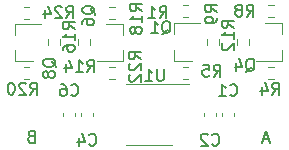
<source format=gbr>
%TF.GenerationSoftware,KiCad,Pcbnew,(5.1.10)-1*%
%TF.CreationDate,2022-01-23T11:24:48+07:00*%
%TF.ProjectId,ADuM_I2C_v3,4144754d-5f49-4324-935f-76332e6b6963,rev?*%
%TF.SameCoordinates,Original*%
%TF.FileFunction,Legend,Bot*%
%TF.FilePolarity,Positive*%
%FSLAX46Y46*%
G04 Gerber Fmt 4.6, Leading zero omitted, Abs format (unit mm)*
G04 Created by KiCad (PCBNEW (5.1.10)-1) date 2022-01-23 11:24:48*
%MOMM*%
%LPD*%
G01*
G04 APERTURE LIST*
%ADD10C,0.150000*%
%ADD11C,0.120000*%
%ADD12C,1.524000*%
%ADD13O,1.000000X1.000000*%
%ADD14R,1.000000X1.000000*%
%ADD15R,0.900000X0.800000*%
G04 APERTURE END LIST*
D10*
X110144095Y-99150666D02*
X109667904Y-99150666D01*
X110239333Y-99436380D02*
X109906000Y-98436380D01*
X109572666Y-99436380D01*
X90022571Y-98912571D02*
X89879714Y-98960190D01*
X89832095Y-99007809D01*
X89784476Y-99103047D01*
X89784476Y-99245904D01*
X89832095Y-99341142D01*
X89879714Y-99388761D01*
X89974952Y-99436380D01*
X90355904Y-99436380D01*
X90355904Y-98436380D01*
X90022571Y-98436380D01*
X89927333Y-98484000D01*
X89879714Y-98531619D01*
X89832095Y-98626857D01*
X89832095Y-98722095D01*
X89879714Y-98817333D01*
X89927333Y-98864952D01*
X90022571Y-98912571D01*
X90355904Y-98912571D01*
D11*
%TO.C,U1*%
X100000000Y-94519000D02*
X103450000Y-94519000D01*
X100000000Y-94519000D02*
X98050000Y-94519000D01*
X100000000Y-99639000D02*
X101950000Y-99639000D01*
X100000000Y-99639000D02*
X98050000Y-99639000D01*
%TO.C,R24*%
X89412742Y-87920500D02*
X89887258Y-87920500D01*
X89412742Y-88965500D02*
X89887258Y-88965500D01*
%TO.C,R22*%
X97125258Y-94045500D02*
X96650742Y-94045500D01*
X97125258Y-93000500D02*
X96650742Y-93000500D01*
%TO.C,R20*%
X89412742Y-93000500D02*
X89887258Y-93000500D01*
X89412742Y-94045500D02*
X89887258Y-94045500D01*
%TO.C,R18*%
X97125258Y-88965500D02*
X96650742Y-88965500D01*
X97125258Y-87920500D02*
X96650742Y-87920500D01*
%TO.C,R16*%
X92521500Y-90681742D02*
X92521500Y-91156258D01*
X91476500Y-90681742D02*
X91476500Y-91156258D01*
%TO.C,R14*%
X94016500Y-91156258D02*
X94016500Y-90681742D01*
X95061500Y-91156258D02*
X95061500Y-90681742D01*
%TO.C,R12*%
X107478500Y-91157258D02*
X107478500Y-90682742D01*
X108523500Y-91157258D02*
X108523500Y-90682742D01*
%TO.C,R9*%
X105983500Y-90681742D02*
X105983500Y-91156258D01*
X104938500Y-90681742D02*
X104938500Y-91156258D01*
%TO.C,R8*%
X110113742Y-87793500D02*
X110588258Y-87793500D01*
X110113742Y-88838500D02*
X110588258Y-88838500D01*
%TO.C,R5*%
X103349258Y-94045500D02*
X102874742Y-94045500D01*
X103349258Y-93000500D02*
X102874742Y-93000500D01*
%TO.C,R4*%
X110587258Y-94045500D02*
X110112742Y-94045500D01*
X110587258Y-93000500D02*
X110112742Y-93000500D01*
%TO.C,R1*%
X102874742Y-87793500D02*
X103349258Y-87793500D01*
X102874742Y-88838500D02*
X103349258Y-88838500D01*
%TO.C,Q8*%
X88715000Y-92563000D02*
X90175000Y-92563000D01*
X88715000Y-89403000D02*
X90875000Y-89403000D01*
X88715000Y-89403000D02*
X88715000Y-90333000D01*
X88715000Y-92563000D02*
X88715000Y-91633000D01*
%TO.C,Q6*%
X97823000Y-89403000D02*
X96363000Y-89403000D01*
X97823000Y-92563000D02*
X95663000Y-92563000D01*
X97823000Y-92563000D02*
X97823000Y-91633000D01*
X97823000Y-89403000D02*
X97823000Y-90333000D01*
%TO.C,Q4*%
X111285000Y-89342000D02*
X109825000Y-89342000D01*
X111285000Y-92502000D02*
X109125000Y-92502000D01*
X111285000Y-92502000D02*
X111285000Y-91572000D01*
X111285000Y-89342000D02*
X111285000Y-90272000D01*
%TO.C,Q1*%
X102177000Y-92502000D02*
X103637000Y-92502000D01*
X102177000Y-89342000D02*
X104337000Y-89342000D01*
X102177000Y-89342000D02*
X102177000Y-90272000D01*
X102177000Y-92502000D02*
X102177000Y-91572000D01*
%TO.C,C6*%
X92759000Y-97219580D02*
X92759000Y-96938420D01*
X93779000Y-97219580D02*
X93779000Y-96938420D01*
%TO.C,C4*%
X94283000Y-97206580D02*
X94283000Y-96925420D01*
X95303000Y-97206580D02*
X95303000Y-96925420D01*
%TO.C,C2*%
X104697000Y-97206580D02*
X104697000Y-96925420D01*
X105717000Y-97206580D02*
X105717000Y-96925420D01*
%TO.C,C1*%
X106221000Y-97206580D02*
X106221000Y-96925420D01*
X107241000Y-97206580D02*
X107241000Y-96925420D01*
%TO.C,U1*%
D10*
X101269904Y-93229380D02*
X101269904Y-94038904D01*
X101222285Y-94134142D01*
X101174666Y-94181761D01*
X101079428Y-94229380D01*
X100888952Y-94229380D01*
X100793714Y-94181761D01*
X100746095Y-94134142D01*
X100698476Y-94038904D01*
X100698476Y-93229380D01*
X99698476Y-94229380D02*
X100269904Y-94229380D01*
X99984190Y-94229380D02*
X99984190Y-93229380D01*
X100079428Y-93372238D01*
X100174666Y-93467476D01*
X100269904Y-93515095D01*
%TO.C,R24*%
X93022857Y-88895380D02*
X93356190Y-88419190D01*
X93594285Y-88895380D02*
X93594285Y-87895380D01*
X93213333Y-87895380D01*
X93118095Y-87943000D01*
X93070476Y-87990619D01*
X93022857Y-88085857D01*
X93022857Y-88228714D01*
X93070476Y-88323952D01*
X93118095Y-88371571D01*
X93213333Y-88419190D01*
X93594285Y-88419190D01*
X92641904Y-87990619D02*
X92594285Y-87943000D01*
X92499047Y-87895380D01*
X92260952Y-87895380D01*
X92165714Y-87943000D01*
X92118095Y-87990619D01*
X92070476Y-88085857D01*
X92070476Y-88181095D01*
X92118095Y-88323952D01*
X92689523Y-88895380D01*
X92070476Y-88895380D01*
X91213333Y-88228714D02*
X91213333Y-88895380D01*
X91451428Y-87847761D02*
X91689523Y-88562047D01*
X91070476Y-88562047D01*
%TO.C,R22*%
X99309380Y-92372142D02*
X98833190Y-92038809D01*
X99309380Y-91800714D02*
X98309380Y-91800714D01*
X98309380Y-92181666D01*
X98357000Y-92276904D01*
X98404619Y-92324523D01*
X98499857Y-92372142D01*
X98642714Y-92372142D01*
X98737952Y-92324523D01*
X98785571Y-92276904D01*
X98833190Y-92181666D01*
X98833190Y-91800714D01*
X98404619Y-92753095D02*
X98357000Y-92800714D01*
X98309380Y-92895952D01*
X98309380Y-93134047D01*
X98357000Y-93229285D01*
X98404619Y-93276904D01*
X98499857Y-93324523D01*
X98595095Y-93324523D01*
X98737952Y-93276904D01*
X99309380Y-92705476D01*
X99309380Y-93324523D01*
X98404619Y-93705476D02*
X98357000Y-93753095D01*
X98309380Y-93848333D01*
X98309380Y-94086428D01*
X98357000Y-94181666D01*
X98404619Y-94229285D01*
X98499857Y-94276904D01*
X98595095Y-94276904D01*
X98737952Y-94229285D01*
X99309380Y-93657857D01*
X99309380Y-94276904D01*
%TO.C,R20*%
X89974857Y-95372380D02*
X90308190Y-94896190D01*
X90546285Y-95372380D02*
X90546285Y-94372380D01*
X90165333Y-94372380D01*
X90070095Y-94420000D01*
X90022476Y-94467619D01*
X89974857Y-94562857D01*
X89974857Y-94705714D01*
X90022476Y-94800952D01*
X90070095Y-94848571D01*
X90165333Y-94896190D01*
X90546285Y-94896190D01*
X89593904Y-94467619D02*
X89546285Y-94420000D01*
X89451047Y-94372380D01*
X89212952Y-94372380D01*
X89117714Y-94420000D01*
X89070095Y-94467619D01*
X89022476Y-94562857D01*
X89022476Y-94658095D01*
X89070095Y-94800952D01*
X89641523Y-95372380D01*
X89022476Y-95372380D01*
X88403428Y-94372380D02*
X88308190Y-94372380D01*
X88212952Y-94420000D01*
X88165333Y-94467619D01*
X88117714Y-94562857D01*
X88070095Y-94753333D01*
X88070095Y-94991428D01*
X88117714Y-95181904D01*
X88165333Y-95277142D01*
X88212952Y-95324761D01*
X88308190Y-95372380D01*
X88403428Y-95372380D01*
X88498666Y-95324761D01*
X88546285Y-95277142D01*
X88593904Y-95181904D01*
X88641523Y-94991428D01*
X88641523Y-94753333D01*
X88593904Y-94562857D01*
X88546285Y-94467619D01*
X88498666Y-94420000D01*
X88403428Y-94372380D01*
%TO.C,R18*%
X99436380Y-88308142D02*
X98960190Y-87974809D01*
X99436380Y-87736714D02*
X98436380Y-87736714D01*
X98436380Y-88117666D01*
X98484000Y-88212904D01*
X98531619Y-88260523D01*
X98626857Y-88308142D01*
X98769714Y-88308142D01*
X98864952Y-88260523D01*
X98912571Y-88212904D01*
X98960190Y-88117666D01*
X98960190Y-87736714D01*
X99436380Y-89260523D02*
X99436380Y-88689095D01*
X99436380Y-88974809D02*
X98436380Y-88974809D01*
X98579238Y-88879571D01*
X98674476Y-88784333D01*
X98722095Y-88689095D01*
X98864952Y-89831952D02*
X98817333Y-89736714D01*
X98769714Y-89689095D01*
X98674476Y-89641476D01*
X98626857Y-89641476D01*
X98531619Y-89689095D01*
X98484000Y-89736714D01*
X98436380Y-89831952D01*
X98436380Y-90022428D01*
X98484000Y-90117666D01*
X98531619Y-90165285D01*
X98626857Y-90212904D01*
X98674476Y-90212904D01*
X98769714Y-90165285D01*
X98817333Y-90117666D01*
X98864952Y-90022428D01*
X98864952Y-89831952D01*
X98912571Y-89736714D01*
X98960190Y-89689095D01*
X99055428Y-89641476D01*
X99245904Y-89641476D01*
X99341142Y-89689095D01*
X99388761Y-89736714D01*
X99436380Y-89831952D01*
X99436380Y-90022428D01*
X99388761Y-90117666D01*
X99341142Y-90165285D01*
X99245904Y-90212904D01*
X99055428Y-90212904D01*
X98960190Y-90165285D01*
X98912571Y-90117666D01*
X98864952Y-90022428D01*
%TO.C,R16*%
X93721380Y-89832142D02*
X93245190Y-89498809D01*
X93721380Y-89260714D02*
X92721380Y-89260714D01*
X92721380Y-89641666D01*
X92769000Y-89736904D01*
X92816619Y-89784523D01*
X92911857Y-89832142D01*
X93054714Y-89832142D01*
X93149952Y-89784523D01*
X93197571Y-89736904D01*
X93245190Y-89641666D01*
X93245190Y-89260714D01*
X93721380Y-90784523D02*
X93721380Y-90213095D01*
X93721380Y-90498809D02*
X92721380Y-90498809D01*
X92864238Y-90403571D01*
X92959476Y-90308333D01*
X93007095Y-90213095D01*
X92721380Y-91641666D02*
X92721380Y-91451190D01*
X92769000Y-91355952D01*
X92816619Y-91308333D01*
X92959476Y-91213095D01*
X93149952Y-91165476D01*
X93530904Y-91165476D01*
X93626142Y-91213095D01*
X93673761Y-91260714D01*
X93721380Y-91355952D01*
X93721380Y-91546428D01*
X93673761Y-91641666D01*
X93626142Y-91689285D01*
X93530904Y-91736904D01*
X93292809Y-91736904D01*
X93197571Y-91689285D01*
X93149952Y-91641666D01*
X93102333Y-91546428D01*
X93102333Y-91355952D01*
X93149952Y-91260714D01*
X93197571Y-91213095D01*
X93292809Y-91165476D01*
%TO.C,R14*%
X94800857Y-93466380D02*
X95134190Y-92990190D01*
X95372285Y-93466380D02*
X95372285Y-92466380D01*
X94991333Y-92466380D01*
X94896095Y-92514000D01*
X94848476Y-92561619D01*
X94800857Y-92656857D01*
X94800857Y-92799714D01*
X94848476Y-92894952D01*
X94896095Y-92942571D01*
X94991333Y-92990190D01*
X95372285Y-92990190D01*
X93848476Y-93466380D02*
X94419904Y-93466380D01*
X94134190Y-93466380D02*
X94134190Y-92466380D01*
X94229428Y-92609238D01*
X94324666Y-92704476D01*
X94419904Y-92752095D01*
X92991333Y-92799714D02*
X92991333Y-93466380D01*
X93229428Y-92418761D02*
X93467523Y-93133047D01*
X92848476Y-93133047D01*
%TO.C,R12*%
X107183380Y-89705142D02*
X106707190Y-89371809D01*
X107183380Y-89133714D02*
X106183380Y-89133714D01*
X106183380Y-89514666D01*
X106231000Y-89609904D01*
X106278619Y-89657523D01*
X106373857Y-89705142D01*
X106516714Y-89705142D01*
X106611952Y-89657523D01*
X106659571Y-89609904D01*
X106707190Y-89514666D01*
X106707190Y-89133714D01*
X107183380Y-90657523D02*
X107183380Y-90086095D01*
X107183380Y-90371809D02*
X106183380Y-90371809D01*
X106326238Y-90276571D01*
X106421476Y-90181333D01*
X106469095Y-90086095D01*
X106278619Y-91038476D02*
X106231000Y-91086095D01*
X106183380Y-91181333D01*
X106183380Y-91419428D01*
X106231000Y-91514666D01*
X106278619Y-91562285D01*
X106373857Y-91609904D01*
X106469095Y-91609904D01*
X106611952Y-91562285D01*
X107183380Y-90990857D01*
X107183380Y-91609904D01*
%TO.C,R9*%
X105786380Y-88403333D02*
X105310190Y-88070000D01*
X105786380Y-87831904D02*
X104786380Y-87831904D01*
X104786380Y-88212857D01*
X104834000Y-88308095D01*
X104881619Y-88355714D01*
X104976857Y-88403333D01*
X105119714Y-88403333D01*
X105214952Y-88355714D01*
X105262571Y-88308095D01*
X105310190Y-88212857D01*
X105310190Y-87831904D01*
X105786380Y-88879523D02*
X105786380Y-89070000D01*
X105738761Y-89165238D01*
X105691142Y-89212857D01*
X105548285Y-89308095D01*
X105357809Y-89355714D01*
X104976857Y-89355714D01*
X104881619Y-89308095D01*
X104834000Y-89260476D01*
X104786380Y-89165238D01*
X104786380Y-88974761D01*
X104834000Y-88879523D01*
X104881619Y-88831904D01*
X104976857Y-88784285D01*
X105214952Y-88784285D01*
X105310190Y-88831904D01*
X105357809Y-88879523D01*
X105405428Y-88974761D01*
X105405428Y-89165238D01*
X105357809Y-89260476D01*
X105310190Y-89308095D01*
X105214952Y-89355714D01*
%TO.C,R8*%
X108294666Y-88768380D02*
X108628000Y-88292190D01*
X108866095Y-88768380D02*
X108866095Y-87768380D01*
X108485142Y-87768380D01*
X108389904Y-87816000D01*
X108342285Y-87863619D01*
X108294666Y-87958857D01*
X108294666Y-88101714D01*
X108342285Y-88196952D01*
X108389904Y-88244571D01*
X108485142Y-88292190D01*
X108866095Y-88292190D01*
X107723238Y-88196952D02*
X107818476Y-88149333D01*
X107866095Y-88101714D01*
X107913714Y-88006476D01*
X107913714Y-87958857D01*
X107866095Y-87863619D01*
X107818476Y-87816000D01*
X107723238Y-87768380D01*
X107532761Y-87768380D01*
X107437523Y-87816000D01*
X107389904Y-87863619D01*
X107342285Y-87958857D01*
X107342285Y-88006476D01*
X107389904Y-88101714D01*
X107437523Y-88149333D01*
X107532761Y-88196952D01*
X107723238Y-88196952D01*
X107818476Y-88244571D01*
X107866095Y-88292190D01*
X107913714Y-88387428D01*
X107913714Y-88577904D01*
X107866095Y-88673142D01*
X107818476Y-88720761D01*
X107723238Y-88768380D01*
X107532761Y-88768380D01*
X107437523Y-88720761D01*
X107389904Y-88673142D01*
X107342285Y-88577904D01*
X107342285Y-88387428D01*
X107389904Y-88292190D01*
X107437523Y-88244571D01*
X107532761Y-88196952D01*
%TO.C,R5*%
X105500666Y-93848380D02*
X105834000Y-93372190D01*
X106072095Y-93848380D02*
X106072095Y-92848380D01*
X105691142Y-92848380D01*
X105595904Y-92896000D01*
X105548285Y-92943619D01*
X105500666Y-93038857D01*
X105500666Y-93181714D01*
X105548285Y-93276952D01*
X105595904Y-93324571D01*
X105691142Y-93372190D01*
X106072095Y-93372190D01*
X104595904Y-92848380D02*
X105072095Y-92848380D01*
X105119714Y-93324571D01*
X105072095Y-93276952D01*
X104976857Y-93229333D01*
X104738761Y-93229333D01*
X104643523Y-93276952D01*
X104595904Y-93324571D01*
X104548285Y-93419809D01*
X104548285Y-93657904D01*
X104595904Y-93753142D01*
X104643523Y-93800761D01*
X104738761Y-93848380D01*
X104976857Y-93848380D01*
X105072095Y-93800761D01*
X105119714Y-93753142D01*
%TO.C,R4*%
X110453666Y-95372380D02*
X110787000Y-94896190D01*
X111025095Y-95372380D02*
X111025095Y-94372380D01*
X110644142Y-94372380D01*
X110548904Y-94420000D01*
X110501285Y-94467619D01*
X110453666Y-94562857D01*
X110453666Y-94705714D01*
X110501285Y-94800952D01*
X110548904Y-94848571D01*
X110644142Y-94896190D01*
X111025095Y-94896190D01*
X109596523Y-94705714D02*
X109596523Y-95372380D01*
X109834619Y-94324761D02*
X110072714Y-95039047D01*
X109453666Y-95039047D01*
%TO.C,R1*%
X100928666Y-88895380D02*
X101262000Y-88419190D01*
X101500095Y-88895380D02*
X101500095Y-87895380D01*
X101119142Y-87895380D01*
X101023904Y-87943000D01*
X100976285Y-87990619D01*
X100928666Y-88085857D01*
X100928666Y-88228714D01*
X100976285Y-88323952D01*
X101023904Y-88371571D01*
X101119142Y-88419190D01*
X101500095Y-88419190D01*
X99976285Y-88895380D02*
X100547714Y-88895380D01*
X100262000Y-88895380D02*
X100262000Y-87895380D01*
X100357238Y-88038238D01*
X100452476Y-88133476D01*
X100547714Y-88181095D01*
%TO.C,Q8*%
X92165619Y-93046761D02*
X92118000Y-92951523D01*
X92022761Y-92856285D01*
X91879904Y-92713428D01*
X91832285Y-92618190D01*
X91832285Y-92522952D01*
X92070380Y-92570571D02*
X92022761Y-92475333D01*
X91927523Y-92380095D01*
X91737047Y-92332476D01*
X91403714Y-92332476D01*
X91213238Y-92380095D01*
X91118000Y-92475333D01*
X91070380Y-92570571D01*
X91070380Y-92761047D01*
X91118000Y-92856285D01*
X91213238Y-92951523D01*
X91403714Y-92999142D01*
X91737047Y-92999142D01*
X91927523Y-92951523D01*
X92022761Y-92856285D01*
X92070380Y-92761047D01*
X92070380Y-92570571D01*
X91498952Y-93570571D02*
X91451333Y-93475333D01*
X91403714Y-93427714D01*
X91308476Y-93380095D01*
X91260857Y-93380095D01*
X91165619Y-93427714D01*
X91118000Y-93475333D01*
X91070380Y-93570571D01*
X91070380Y-93761047D01*
X91118000Y-93856285D01*
X91165619Y-93903904D01*
X91260857Y-93951523D01*
X91308476Y-93951523D01*
X91403714Y-93903904D01*
X91451333Y-93856285D01*
X91498952Y-93761047D01*
X91498952Y-93570571D01*
X91546571Y-93475333D01*
X91594190Y-93427714D01*
X91689428Y-93380095D01*
X91879904Y-93380095D01*
X91975142Y-93427714D01*
X92022761Y-93475333D01*
X92070380Y-93570571D01*
X92070380Y-93761047D01*
X92022761Y-93856285D01*
X91975142Y-93903904D01*
X91879904Y-93951523D01*
X91689428Y-93951523D01*
X91594190Y-93903904D01*
X91546571Y-93856285D01*
X91498952Y-93761047D01*
%TO.C,Q6*%
X95467619Y-88601761D02*
X95420000Y-88506523D01*
X95324761Y-88411285D01*
X95181904Y-88268428D01*
X95134285Y-88173190D01*
X95134285Y-88077952D01*
X95372380Y-88125571D02*
X95324761Y-88030333D01*
X95229523Y-87935095D01*
X95039047Y-87887476D01*
X94705714Y-87887476D01*
X94515238Y-87935095D01*
X94420000Y-88030333D01*
X94372380Y-88125571D01*
X94372380Y-88316047D01*
X94420000Y-88411285D01*
X94515238Y-88506523D01*
X94705714Y-88554142D01*
X95039047Y-88554142D01*
X95229523Y-88506523D01*
X95324761Y-88411285D01*
X95372380Y-88316047D01*
X95372380Y-88125571D01*
X94372380Y-89411285D02*
X94372380Y-89220809D01*
X94420000Y-89125571D01*
X94467619Y-89077952D01*
X94610476Y-88982714D01*
X94800952Y-88935095D01*
X95181904Y-88935095D01*
X95277142Y-88982714D01*
X95324761Y-89030333D01*
X95372380Y-89125571D01*
X95372380Y-89316047D01*
X95324761Y-89411285D01*
X95277142Y-89458904D01*
X95181904Y-89506523D01*
X94943809Y-89506523D01*
X94848571Y-89458904D01*
X94800952Y-89411285D01*
X94753333Y-89316047D01*
X94753333Y-89125571D01*
X94800952Y-89030333D01*
X94848571Y-88982714D01*
X94943809Y-88935095D01*
%TO.C,Q4*%
X108223238Y-93435619D02*
X108318476Y-93388000D01*
X108413714Y-93292761D01*
X108556571Y-93149904D01*
X108651809Y-93102285D01*
X108747047Y-93102285D01*
X108699428Y-93340380D02*
X108794666Y-93292761D01*
X108889904Y-93197523D01*
X108937523Y-93007047D01*
X108937523Y-92673714D01*
X108889904Y-92483238D01*
X108794666Y-92388000D01*
X108699428Y-92340380D01*
X108508952Y-92340380D01*
X108413714Y-92388000D01*
X108318476Y-92483238D01*
X108270857Y-92673714D01*
X108270857Y-93007047D01*
X108318476Y-93197523D01*
X108413714Y-93292761D01*
X108508952Y-93340380D01*
X108699428Y-93340380D01*
X107413714Y-92673714D02*
X107413714Y-93340380D01*
X107651809Y-92292761D02*
X107889904Y-93007047D01*
X107270857Y-93007047D01*
%TO.C,Q1*%
X101111238Y-90260619D02*
X101206476Y-90213000D01*
X101301714Y-90117761D01*
X101444571Y-89974904D01*
X101539809Y-89927285D01*
X101635047Y-89927285D01*
X101587428Y-90165380D02*
X101682666Y-90117761D01*
X101777904Y-90022523D01*
X101825523Y-89832047D01*
X101825523Y-89498714D01*
X101777904Y-89308238D01*
X101682666Y-89213000D01*
X101587428Y-89165380D01*
X101396952Y-89165380D01*
X101301714Y-89213000D01*
X101206476Y-89308238D01*
X101158857Y-89498714D01*
X101158857Y-89832047D01*
X101206476Y-90022523D01*
X101301714Y-90117761D01*
X101396952Y-90165380D01*
X101587428Y-90165380D01*
X100206476Y-90165380D02*
X100777904Y-90165380D01*
X100492190Y-90165380D02*
X100492190Y-89165380D01*
X100587428Y-89308238D01*
X100682666Y-89403476D01*
X100777904Y-89451095D01*
%TO.C,C6*%
X93435666Y-95404142D02*
X93483285Y-95451761D01*
X93626142Y-95499380D01*
X93721380Y-95499380D01*
X93864238Y-95451761D01*
X93959476Y-95356523D01*
X94007095Y-95261285D01*
X94054714Y-95070809D01*
X94054714Y-94927952D01*
X94007095Y-94737476D01*
X93959476Y-94642238D01*
X93864238Y-94547000D01*
X93721380Y-94499380D01*
X93626142Y-94499380D01*
X93483285Y-94547000D01*
X93435666Y-94594619D01*
X92578523Y-94499380D02*
X92769000Y-94499380D01*
X92864238Y-94547000D01*
X92911857Y-94594619D01*
X93007095Y-94737476D01*
X93054714Y-94927952D01*
X93054714Y-95308904D01*
X93007095Y-95404142D01*
X92959476Y-95451761D01*
X92864238Y-95499380D01*
X92673761Y-95499380D01*
X92578523Y-95451761D01*
X92530904Y-95404142D01*
X92483285Y-95308904D01*
X92483285Y-95070809D01*
X92530904Y-94975571D01*
X92578523Y-94927952D01*
X92673761Y-94880333D01*
X92864238Y-94880333D01*
X92959476Y-94927952D01*
X93007095Y-94975571D01*
X93054714Y-95070809D01*
%TO.C,C4*%
X94959666Y-99595142D02*
X95007285Y-99642761D01*
X95150142Y-99690380D01*
X95245380Y-99690380D01*
X95388238Y-99642761D01*
X95483476Y-99547523D01*
X95531095Y-99452285D01*
X95578714Y-99261809D01*
X95578714Y-99118952D01*
X95531095Y-98928476D01*
X95483476Y-98833238D01*
X95388238Y-98738000D01*
X95245380Y-98690380D01*
X95150142Y-98690380D01*
X95007285Y-98738000D01*
X94959666Y-98785619D01*
X94102523Y-99023714D02*
X94102523Y-99690380D01*
X94340619Y-98642761D02*
X94578714Y-99357047D01*
X93959666Y-99357047D01*
%TO.C,C2*%
X105373666Y-99595142D02*
X105421285Y-99642761D01*
X105564142Y-99690380D01*
X105659380Y-99690380D01*
X105802238Y-99642761D01*
X105897476Y-99547523D01*
X105945095Y-99452285D01*
X105992714Y-99261809D01*
X105992714Y-99118952D01*
X105945095Y-98928476D01*
X105897476Y-98833238D01*
X105802238Y-98738000D01*
X105659380Y-98690380D01*
X105564142Y-98690380D01*
X105421285Y-98738000D01*
X105373666Y-98785619D01*
X104992714Y-98785619D02*
X104945095Y-98738000D01*
X104849857Y-98690380D01*
X104611761Y-98690380D01*
X104516523Y-98738000D01*
X104468904Y-98785619D01*
X104421285Y-98880857D01*
X104421285Y-98976095D01*
X104468904Y-99118952D01*
X105040333Y-99690380D01*
X104421285Y-99690380D01*
%TO.C,C1*%
X106897666Y-95404142D02*
X106945285Y-95451761D01*
X107088142Y-95499380D01*
X107183380Y-95499380D01*
X107326238Y-95451761D01*
X107421476Y-95356523D01*
X107469095Y-95261285D01*
X107516714Y-95070809D01*
X107516714Y-94927952D01*
X107469095Y-94737476D01*
X107421476Y-94642238D01*
X107326238Y-94547000D01*
X107183380Y-94499380D01*
X107088142Y-94499380D01*
X106945285Y-94547000D01*
X106897666Y-94594619D01*
X105945285Y-95499380D02*
X106516714Y-95499380D01*
X106231000Y-95499380D02*
X106231000Y-94499380D01*
X106326238Y-94642238D01*
X106421476Y-94737476D01*
X106516714Y-94785095D01*
%TD*%
%LPC*%
%TO.C,U1*%
G36*
G01*
X98500000Y-95024000D02*
X98500000Y-95324000D01*
G75*
G02*
X98350000Y-95474000I-150000J0D01*
G01*
X96700000Y-95474000D01*
G75*
G02*
X96550000Y-95324000I0J150000D01*
G01*
X96550000Y-95024000D01*
G75*
G02*
X96700000Y-94874000I150000J0D01*
G01*
X98350000Y-94874000D01*
G75*
G02*
X98500000Y-95024000I0J-150000D01*
G01*
G37*
G36*
G01*
X98500000Y-96294000D02*
X98500000Y-96594000D01*
G75*
G02*
X98350000Y-96744000I-150000J0D01*
G01*
X96700000Y-96744000D01*
G75*
G02*
X96550000Y-96594000I0J150000D01*
G01*
X96550000Y-96294000D01*
G75*
G02*
X96700000Y-96144000I150000J0D01*
G01*
X98350000Y-96144000D01*
G75*
G02*
X98500000Y-96294000I0J-150000D01*
G01*
G37*
G36*
G01*
X98500000Y-97564000D02*
X98500000Y-97864000D01*
G75*
G02*
X98350000Y-98014000I-150000J0D01*
G01*
X96700000Y-98014000D01*
G75*
G02*
X96550000Y-97864000I0J150000D01*
G01*
X96550000Y-97564000D01*
G75*
G02*
X96700000Y-97414000I150000J0D01*
G01*
X98350000Y-97414000D01*
G75*
G02*
X98500000Y-97564000I0J-150000D01*
G01*
G37*
G36*
G01*
X98500000Y-98834000D02*
X98500000Y-99134000D01*
G75*
G02*
X98350000Y-99284000I-150000J0D01*
G01*
X96700000Y-99284000D01*
G75*
G02*
X96550000Y-99134000I0J150000D01*
G01*
X96550000Y-98834000D01*
G75*
G02*
X96700000Y-98684000I150000J0D01*
G01*
X98350000Y-98684000D01*
G75*
G02*
X98500000Y-98834000I0J-150000D01*
G01*
G37*
G36*
G01*
X103450000Y-98834000D02*
X103450000Y-99134000D01*
G75*
G02*
X103300000Y-99284000I-150000J0D01*
G01*
X101650000Y-99284000D01*
G75*
G02*
X101500000Y-99134000I0J150000D01*
G01*
X101500000Y-98834000D01*
G75*
G02*
X101650000Y-98684000I150000J0D01*
G01*
X103300000Y-98684000D01*
G75*
G02*
X103450000Y-98834000I0J-150000D01*
G01*
G37*
G36*
G01*
X103450000Y-97564000D02*
X103450000Y-97864000D01*
G75*
G02*
X103300000Y-98014000I-150000J0D01*
G01*
X101650000Y-98014000D01*
G75*
G02*
X101500000Y-97864000I0J150000D01*
G01*
X101500000Y-97564000D01*
G75*
G02*
X101650000Y-97414000I150000J0D01*
G01*
X103300000Y-97414000D01*
G75*
G02*
X103450000Y-97564000I0J-150000D01*
G01*
G37*
G36*
G01*
X103450000Y-96294000D02*
X103450000Y-96594000D01*
G75*
G02*
X103300000Y-96744000I-150000J0D01*
G01*
X101650000Y-96744000D01*
G75*
G02*
X101500000Y-96594000I0J150000D01*
G01*
X101500000Y-96294000D01*
G75*
G02*
X101650000Y-96144000I150000J0D01*
G01*
X103300000Y-96144000D01*
G75*
G02*
X103450000Y-96294000I0J-150000D01*
G01*
G37*
G36*
G01*
X103450000Y-95024000D02*
X103450000Y-95324000D01*
G75*
G02*
X103300000Y-95474000I-150000J0D01*
G01*
X101650000Y-95474000D01*
G75*
G02*
X101500000Y-95324000I0J150000D01*
G01*
X101500000Y-95024000D01*
G75*
G02*
X101650000Y-94874000I150000J0D01*
G01*
X103300000Y-94874000D01*
G75*
G02*
X103450000Y-95024000I0J-150000D01*
G01*
G37*
%TD*%
D12*
%TO.C,H2*%
X100000000Y-98222000D03*
%TD*%
%TO.C,H1*%
X100000000Y-95936000D03*
%TD*%
D13*
%TO.C,J1*%
X108636000Y-97714000D03*
X108636000Y-96444000D03*
X109906000Y-97714000D03*
X109906000Y-96444000D03*
X111176000Y-97714000D03*
D14*
X111176000Y-96444000D03*
%TD*%
D13*
%TO.C,J2*%
X88824000Y-97714000D03*
X88824000Y-96444000D03*
X90094000Y-97714000D03*
X90094000Y-96444000D03*
X91364000Y-97714000D03*
D14*
X91364000Y-96444000D03*
%TD*%
%TO.C,R24*%
G36*
G01*
X90075000Y-88718000D02*
X90075000Y-88168000D01*
G75*
G02*
X90275000Y-87968000I200000J0D01*
G01*
X90675000Y-87968000D01*
G75*
G02*
X90875000Y-88168000I0J-200000D01*
G01*
X90875000Y-88718000D01*
G75*
G02*
X90675000Y-88918000I-200000J0D01*
G01*
X90275000Y-88918000D01*
G75*
G02*
X90075000Y-88718000I0J200000D01*
G01*
G37*
G36*
G01*
X88425000Y-88718000D02*
X88425000Y-88168000D01*
G75*
G02*
X88625000Y-87968000I200000J0D01*
G01*
X89025000Y-87968000D01*
G75*
G02*
X89225000Y-88168000I0J-200000D01*
G01*
X89225000Y-88718000D01*
G75*
G02*
X89025000Y-88918000I-200000J0D01*
G01*
X88625000Y-88918000D01*
G75*
G02*
X88425000Y-88718000I0J200000D01*
G01*
G37*
%TD*%
%TO.C,R22*%
G36*
G01*
X96463000Y-93248000D02*
X96463000Y-93798000D01*
G75*
G02*
X96263000Y-93998000I-200000J0D01*
G01*
X95863000Y-93998000D01*
G75*
G02*
X95663000Y-93798000I0J200000D01*
G01*
X95663000Y-93248000D01*
G75*
G02*
X95863000Y-93048000I200000J0D01*
G01*
X96263000Y-93048000D01*
G75*
G02*
X96463000Y-93248000I0J-200000D01*
G01*
G37*
G36*
G01*
X98113000Y-93248000D02*
X98113000Y-93798000D01*
G75*
G02*
X97913000Y-93998000I-200000J0D01*
G01*
X97513000Y-93998000D01*
G75*
G02*
X97313000Y-93798000I0J200000D01*
G01*
X97313000Y-93248000D01*
G75*
G02*
X97513000Y-93048000I200000J0D01*
G01*
X97913000Y-93048000D01*
G75*
G02*
X98113000Y-93248000I0J-200000D01*
G01*
G37*
%TD*%
%TO.C,R20*%
G36*
G01*
X90075000Y-93798000D02*
X90075000Y-93248000D01*
G75*
G02*
X90275000Y-93048000I200000J0D01*
G01*
X90675000Y-93048000D01*
G75*
G02*
X90875000Y-93248000I0J-200000D01*
G01*
X90875000Y-93798000D01*
G75*
G02*
X90675000Y-93998000I-200000J0D01*
G01*
X90275000Y-93998000D01*
G75*
G02*
X90075000Y-93798000I0J200000D01*
G01*
G37*
G36*
G01*
X88425000Y-93798000D02*
X88425000Y-93248000D01*
G75*
G02*
X88625000Y-93048000I200000J0D01*
G01*
X89025000Y-93048000D01*
G75*
G02*
X89225000Y-93248000I0J-200000D01*
G01*
X89225000Y-93798000D01*
G75*
G02*
X89025000Y-93998000I-200000J0D01*
G01*
X88625000Y-93998000D01*
G75*
G02*
X88425000Y-93798000I0J200000D01*
G01*
G37*
%TD*%
%TO.C,R18*%
G36*
G01*
X96463000Y-88168000D02*
X96463000Y-88718000D01*
G75*
G02*
X96263000Y-88918000I-200000J0D01*
G01*
X95863000Y-88918000D01*
G75*
G02*
X95663000Y-88718000I0J200000D01*
G01*
X95663000Y-88168000D01*
G75*
G02*
X95863000Y-87968000I200000J0D01*
G01*
X96263000Y-87968000D01*
G75*
G02*
X96463000Y-88168000I0J-200000D01*
G01*
G37*
G36*
G01*
X98113000Y-88168000D02*
X98113000Y-88718000D01*
G75*
G02*
X97913000Y-88918000I-200000J0D01*
G01*
X97513000Y-88918000D01*
G75*
G02*
X97313000Y-88718000I0J200000D01*
G01*
X97313000Y-88168000D01*
G75*
G02*
X97513000Y-87968000I200000J0D01*
G01*
X97913000Y-87968000D01*
G75*
G02*
X98113000Y-88168000I0J-200000D01*
G01*
G37*
%TD*%
%TO.C,R16*%
G36*
G01*
X91724000Y-91344000D02*
X92274000Y-91344000D01*
G75*
G02*
X92474000Y-91544000I0J-200000D01*
G01*
X92474000Y-91944000D01*
G75*
G02*
X92274000Y-92144000I-200000J0D01*
G01*
X91724000Y-92144000D01*
G75*
G02*
X91524000Y-91944000I0J200000D01*
G01*
X91524000Y-91544000D01*
G75*
G02*
X91724000Y-91344000I200000J0D01*
G01*
G37*
G36*
G01*
X91724000Y-89694000D02*
X92274000Y-89694000D01*
G75*
G02*
X92474000Y-89894000I0J-200000D01*
G01*
X92474000Y-90294000D01*
G75*
G02*
X92274000Y-90494000I-200000J0D01*
G01*
X91724000Y-90494000D01*
G75*
G02*
X91524000Y-90294000I0J200000D01*
G01*
X91524000Y-89894000D01*
G75*
G02*
X91724000Y-89694000I200000J0D01*
G01*
G37*
%TD*%
%TO.C,R14*%
G36*
G01*
X94814000Y-90494000D02*
X94264000Y-90494000D01*
G75*
G02*
X94064000Y-90294000I0J200000D01*
G01*
X94064000Y-89894000D01*
G75*
G02*
X94264000Y-89694000I200000J0D01*
G01*
X94814000Y-89694000D01*
G75*
G02*
X95014000Y-89894000I0J-200000D01*
G01*
X95014000Y-90294000D01*
G75*
G02*
X94814000Y-90494000I-200000J0D01*
G01*
G37*
G36*
G01*
X94814000Y-92144000D02*
X94264000Y-92144000D01*
G75*
G02*
X94064000Y-91944000I0J200000D01*
G01*
X94064000Y-91544000D01*
G75*
G02*
X94264000Y-91344000I200000J0D01*
G01*
X94814000Y-91344000D01*
G75*
G02*
X95014000Y-91544000I0J-200000D01*
G01*
X95014000Y-91944000D01*
G75*
G02*
X94814000Y-92144000I-200000J0D01*
G01*
G37*
%TD*%
%TO.C,R12*%
G36*
G01*
X108276000Y-90495000D02*
X107726000Y-90495000D01*
G75*
G02*
X107526000Y-90295000I0J200000D01*
G01*
X107526000Y-89895000D01*
G75*
G02*
X107726000Y-89695000I200000J0D01*
G01*
X108276000Y-89695000D01*
G75*
G02*
X108476000Y-89895000I0J-200000D01*
G01*
X108476000Y-90295000D01*
G75*
G02*
X108276000Y-90495000I-200000J0D01*
G01*
G37*
G36*
G01*
X108276000Y-92145000D02*
X107726000Y-92145000D01*
G75*
G02*
X107526000Y-91945000I0J200000D01*
G01*
X107526000Y-91545000D01*
G75*
G02*
X107726000Y-91345000I200000J0D01*
G01*
X108276000Y-91345000D01*
G75*
G02*
X108476000Y-91545000I0J-200000D01*
G01*
X108476000Y-91945000D01*
G75*
G02*
X108276000Y-92145000I-200000J0D01*
G01*
G37*
%TD*%
%TO.C,R9*%
G36*
G01*
X105186000Y-91344000D02*
X105736000Y-91344000D01*
G75*
G02*
X105936000Y-91544000I0J-200000D01*
G01*
X105936000Y-91944000D01*
G75*
G02*
X105736000Y-92144000I-200000J0D01*
G01*
X105186000Y-92144000D01*
G75*
G02*
X104986000Y-91944000I0J200000D01*
G01*
X104986000Y-91544000D01*
G75*
G02*
X105186000Y-91344000I200000J0D01*
G01*
G37*
G36*
G01*
X105186000Y-89694000D02*
X105736000Y-89694000D01*
G75*
G02*
X105936000Y-89894000I0J-200000D01*
G01*
X105936000Y-90294000D01*
G75*
G02*
X105736000Y-90494000I-200000J0D01*
G01*
X105186000Y-90494000D01*
G75*
G02*
X104986000Y-90294000I0J200000D01*
G01*
X104986000Y-89894000D01*
G75*
G02*
X105186000Y-89694000I200000J0D01*
G01*
G37*
%TD*%
%TO.C,R8*%
G36*
G01*
X110776000Y-88591000D02*
X110776000Y-88041000D01*
G75*
G02*
X110976000Y-87841000I200000J0D01*
G01*
X111376000Y-87841000D01*
G75*
G02*
X111576000Y-88041000I0J-200000D01*
G01*
X111576000Y-88591000D01*
G75*
G02*
X111376000Y-88791000I-200000J0D01*
G01*
X110976000Y-88791000D01*
G75*
G02*
X110776000Y-88591000I0J200000D01*
G01*
G37*
G36*
G01*
X109126000Y-88591000D02*
X109126000Y-88041000D01*
G75*
G02*
X109326000Y-87841000I200000J0D01*
G01*
X109726000Y-87841000D01*
G75*
G02*
X109926000Y-88041000I0J-200000D01*
G01*
X109926000Y-88591000D01*
G75*
G02*
X109726000Y-88791000I-200000J0D01*
G01*
X109326000Y-88791000D01*
G75*
G02*
X109126000Y-88591000I0J200000D01*
G01*
G37*
%TD*%
%TO.C,R5*%
G36*
G01*
X102687000Y-93248000D02*
X102687000Y-93798000D01*
G75*
G02*
X102487000Y-93998000I-200000J0D01*
G01*
X102087000Y-93998000D01*
G75*
G02*
X101887000Y-93798000I0J200000D01*
G01*
X101887000Y-93248000D01*
G75*
G02*
X102087000Y-93048000I200000J0D01*
G01*
X102487000Y-93048000D01*
G75*
G02*
X102687000Y-93248000I0J-200000D01*
G01*
G37*
G36*
G01*
X104337000Y-93248000D02*
X104337000Y-93798000D01*
G75*
G02*
X104137000Y-93998000I-200000J0D01*
G01*
X103737000Y-93998000D01*
G75*
G02*
X103537000Y-93798000I0J200000D01*
G01*
X103537000Y-93248000D01*
G75*
G02*
X103737000Y-93048000I200000J0D01*
G01*
X104137000Y-93048000D01*
G75*
G02*
X104337000Y-93248000I0J-200000D01*
G01*
G37*
%TD*%
%TO.C,R4*%
G36*
G01*
X109925000Y-93248000D02*
X109925000Y-93798000D01*
G75*
G02*
X109725000Y-93998000I-200000J0D01*
G01*
X109325000Y-93998000D01*
G75*
G02*
X109125000Y-93798000I0J200000D01*
G01*
X109125000Y-93248000D01*
G75*
G02*
X109325000Y-93048000I200000J0D01*
G01*
X109725000Y-93048000D01*
G75*
G02*
X109925000Y-93248000I0J-200000D01*
G01*
G37*
G36*
G01*
X111575000Y-93248000D02*
X111575000Y-93798000D01*
G75*
G02*
X111375000Y-93998000I-200000J0D01*
G01*
X110975000Y-93998000D01*
G75*
G02*
X110775000Y-93798000I0J200000D01*
G01*
X110775000Y-93248000D01*
G75*
G02*
X110975000Y-93048000I200000J0D01*
G01*
X111375000Y-93048000D01*
G75*
G02*
X111575000Y-93248000I0J-200000D01*
G01*
G37*
%TD*%
%TO.C,R1*%
G36*
G01*
X103537000Y-88591000D02*
X103537000Y-88041000D01*
G75*
G02*
X103737000Y-87841000I200000J0D01*
G01*
X104137000Y-87841000D01*
G75*
G02*
X104337000Y-88041000I0J-200000D01*
G01*
X104337000Y-88591000D01*
G75*
G02*
X104137000Y-88791000I-200000J0D01*
G01*
X103737000Y-88791000D01*
G75*
G02*
X103537000Y-88591000I0J200000D01*
G01*
G37*
G36*
G01*
X101887000Y-88591000D02*
X101887000Y-88041000D01*
G75*
G02*
X102087000Y-87841000I200000J0D01*
G01*
X102487000Y-87841000D01*
G75*
G02*
X102687000Y-88041000I0J-200000D01*
G01*
X102687000Y-88591000D01*
G75*
G02*
X102487000Y-88791000I-200000J0D01*
G01*
X102087000Y-88791000D01*
G75*
G02*
X101887000Y-88591000I0J200000D01*
G01*
G37*
%TD*%
D15*
%TO.C,Q8*%
X88475000Y-90983000D03*
X90475000Y-91933000D03*
X90475000Y-90033000D03*
%TD*%
%TO.C,Q6*%
X98063000Y-90983000D03*
X96063000Y-90033000D03*
X96063000Y-91933000D03*
%TD*%
%TO.C,Q4*%
X111525000Y-90922000D03*
X109525000Y-89972000D03*
X109525000Y-91872000D03*
%TD*%
%TO.C,Q1*%
X101937000Y-90922000D03*
X103937000Y-91872000D03*
X103937000Y-89972000D03*
%TD*%
%TO.C,C6*%
G36*
G01*
X93519000Y-96754000D02*
X93019000Y-96754000D01*
G75*
G02*
X92794000Y-96529000I0J225000D01*
G01*
X92794000Y-96079000D01*
G75*
G02*
X93019000Y-95854000I225000J0D01*
G01*
X93519000Y-95854000D01*
G75*
G02*
X93744000Y-96079000I0J-225000D01*
G01*
X93744000Y-96529000D01*
G75*
G02*
X93519000Y-96754000I-225000J0D01*
G01*
G37*
G36*
G01*
X93519000Y-98304000D02*
X93019000Y-98304000D01*
G75*
G02*
X92794000Y-98079000I0J225000D01*
G01*
X92794000Y-97629000D01*
G75*
G02*
X93019000Y-97404000I225000J0D01*
G01*
X93519000Y-97404000D01*
G75*
G02*
X93744000Y-97629000I0J-225000D01*
G01*
X93744000Y-98079000D01*
G75*
G02*
X93519000Y-98304000I-225000J0D01*
G01*
G37*
%TD*%
%TO.C,C4*%
G36*
G01*
X95043000Y-96741000D02*
X94543000Y-96741000D01*
G75*
G02*
X94318000Y-96516000I0J225000D01*
G01*
X94318000Y-96066000D01*
G75*
G02*
X94543000Y-95841000I225000J0D01*
G01*
X95043000Y-95841000D01*
G75*
G02*
X95268000Y-96066000I0J-225000D01*
G01*
X95268000Y-96516000D01*
G75*
G02*
X95043000Y-96741000I-225000J0D01*
G01*
G37*
G36*
G01*
X95043000Y-98291000D02*
X94543000Y-98291000D01*
G75*
G02*
X94318000Y-98066000I0J225000D01*
G01*
X94318000Y-97616000D01*
G75*
G02*
X94543000Y-97391000I225000J0D01*
G01*
X95043000Y-97391000D01*
G75*
G02*
X95268000Y-97616000I0J-225000D01*
G01*
X95268000Y-98066000D01*
G75*
G02*
X95043000Y-98291000I-225000J0D01*
G01*
G37*
%TD*%
%TO.C,C2*%
G36*
G01*
X105457000Y-96741000D02*
X104957000Y-96741000D01*
G75*
G02*
X104732000Y-96516000I0J225000D01*
G01*
X104732000Y-96066000D01*
G75*
G02*
X104957000Y-95841000I225000J0D01*
G01*
X105457000Y-95841000D01*
G75*
G02*
X105682000Y-96066000I0J-225000D01*
G01*
X105682000Y-96516000D01*
G75*
G02*
X105457000Y-96741000I-225000J0D01*
G01*
G37*
G36*
G01*
X105457000Y-98291000D02*
X104957000Y-98291000D01*
G75*
G02*
X104732000Y-98066000I0J225000D01*
G01*
X104732000Y-97616000D01*
G75*
G02*
X104957000Y-97391000I225000J0D01*
G01*
X105457000Y-97391000D01*
G75*
G02*
X105682000Y-97616000I0J-225000D01*
G01*
X105682000Y-98066000D01*
G75*
G02*
X105457000Y-98291000I-225000J0D01*
G01*
G37*
%TD*%
%TO.C,C1*%
G36*
G01*
X106981000Y-96741000D02*
X106481000Y-96741000D01*
G75*
G02*
X106256000Y-96516000I0J225000D01*
G01*
X106256000Y-96066000D01*
G75*
G02*
X106481000Y-95841000I225000J0D01*
G01*
X106981000Y-95841000D01*
G75*
G02*
X107206000Y-96066000I0J-225000D01*
G01*
X107206000Y-96516000D01*
G75*
G02*
X106981000Y-96741000I-225000J0D01*
G01*
G37*
G36*
G01*
X106981000Y-98291000D02*
X106481000Y-98291000D01*
G75*
G02*
X106256000Y-98066000I0J225000D01*
G01*
X106256000Y-97616000D01*
G75*
G02*
X106481000Y-97391000I225000J0D01*
G01*
X106981000Y-97391000D01*
G75*
G02*
X107206000Y-97616000I0J-225000D01*
G01*
X107206000Y-98066000D01*
G75*
G02*
X106981000Y-98291000I-225000J0D01*
G01*
G37*
%TD*%
M02*

</source>
